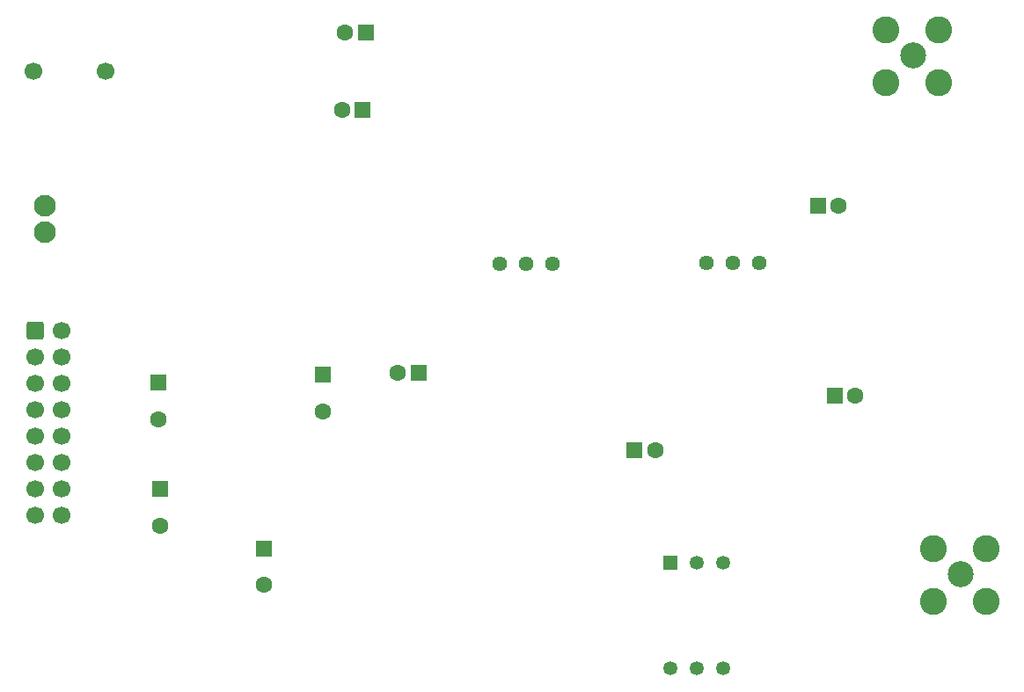
<source format=gbs>
G04 #@! TF.GenerationSoftware,KiCad,Pcbnew,6.0.10-86aedd382b~118~ubuntu20.04.1*
G04 #@! TF.CreationDate,2023-01-17T10:28:52-05:00*
G04 #@! TF.ProjectId,sdt_qse_1496,7364745f-7173-4655-9f31-3439362e6b69,2.0*
G04 #@! TF.SameCoordinates,Original*
G04 #@! TF.FileFunction,Soldermask,Bot*
G04 #@! TF.FilePolarity,Negative*
%FSLAX46Y46*%
G04 Gerber Fmt 4.6, Leading zero omitted, Abs format (unit mm)*
G04 Created by KiCad (PCBNEW 6.0.10-86aedd382b~118~ubuntu20.04.1) date 2023-01-17 10:28:52*
%MOMM*%
%LPD*%
G01*
G04 APERTURE LIST*
G04 Aperture macros list*
%AMRoundRect*
0 Rectangle with rounded corners*
0 $1 Rounding radius*
0 $2 $3 $4 $5 $6 $7 $8 $9 X,Y pos of 4 corners*
0 Add a 4 corners polygon primitive as box body*
4,1,4,$2,$3,$4,$5,$6,$7,$8,$9,$2,$3,0*
0 Add four circle primitives for the rounded corners*
1,1,$1+$1,$2,$3*
1,1,$1+$1,$4,$5*
1,1,$1+$1,$6,$7*
1,1,$1+$1,$8,$9*
0 Add four rect primitives between the rounded corners*
20,1,$1+$1,$2,$3,$4,$5,0*
20,1,$1+$1,$4,$5,$6,$7,0*
20,1,$1+$1,$6,$7,$8,$9,0*
20,1,$1+$1,$8,$9,$2,$3,0*%
G04 Aperture macros list end*
%ADD10R,1.346200X1.346200*%
%ADD11C,1.346200*%
%ADD12RoundRect,0.250000X-0.600000X-0.600000X0.600000X-0.600000X0.600000X0.600000X-0.600000X0.600000X0*%
%ADD13C,1.700000*%
%ADD14C,2.600000*%
%ADD15C,2.500000*%
%ADD16R,1.600000X1.600000*%
%ADD17C,1.600000*%
%ADD18C,1.440000*%
%ADD19C,2.100000*%
G04 APERTURE END LIST*
D10*
X160190000Y-124870000D03*
D11*
X160190000Y-135030000D03*
X162730000Y-124870000D03*
X162730000Y-135030000D03*
X165270000Y-124870000D03*
X165270000Y-135030000D03*
D12*
X99000000Y-102500000D03*
D13*
X101540000Y-102500000D03*
X99000000Y-105040000D03*
X101540000Y-105040000D03*
X99000000Y-107580000D03*
X101540000Y-107580000D03*
X99000000Y-110120000D03*
X101540000Y-110120000D03*
X99000000Y-112660000D03*
X101540000Y-112660000D03*
X99000000Y-115200000D03*
X101540000Y-115200000D03*
X99000000Y-117740000D03*
X101540000Y-117740000D03*
X99000000Y-120280000D03*
X101540000Y-120280000D03*
D14*
X185460000Y-123460000D03*
X190540000Y-128540000D03*
X185460000Y-128540000D03*
X190540000Y-123460000D03*
D15*
X188100000Y-125925000D03*
D16*
X121000000Y-123500000D03*
D17*
X121000000Y-127000000D03*
D14*
X180885000Y-73535000D03*
X185965000Y-73535000D03*
X185965000Y-78615000D03*
X180885000Y-78615000D03*
D15*
X183525000Y-76000000D03*
D16*
X130855113Y-73830000D03*
D17*
X128855113Y-73830000D03*
D16*
X110850000Y-107522349D03*
D17*
X110850000Y-111022349D03*
D16*
X156694888Y-114025000D03*
D17*
X158694888Y-114025000D03*
D18*
X143750000Y-96050000D03*
X146290000Y-96050000D03*
X148830000Y-96050000D03*
D16*
X126700000Y-106747349D03*
D17*
X126700000Y-110247349D03*
D16*
X135930113Y-106550000D03*
D17*
X133930113Y-106550000D03*
D16*
X111050000Y-117747349D03*
D17*
X111050000Y-121247349D03*
D13*
X105837500Y-77500000D03*
X98837500Y-77500000D03*
D16*
X175950000Y-108750000D03*
D17*
X177950000Y-108750000D03*
D19*
X100000000Y-93000000D03*
X100000000Y-90500000D03*
D16*
X130565113Y-81250000D03*
D17*
X128565113Y-81250000D03*
D16*
X174344887Y-90450000D03*
D17*
X176344887Y-90450000D03*
D18*
X168740350Y-95986000D03*
X166200350Y-95986000D03*
X163660350Y-95986000D03*
M02*

</source>
